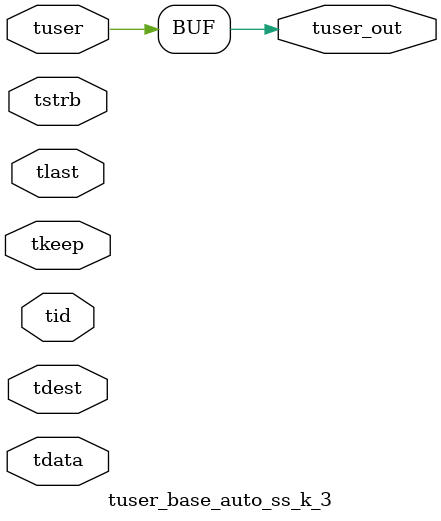
<source format=v>


`timescale 1ps/1ps

module tuser_base_auto_ss_k_3 #
(
parameter C_S_AXIS_TUSER_WIDTH = 1,
parameter C_S_AXIS_TDATA_WIDTH = 32,
parameter C_S_AXIS_TID_WIDTH   = 0,
parameter C_S_AXIS_TDEST_WIDTH = 0,
parameter C_M_AXIS_TUSER_WIDTH = 1
)
(
input  [(C_S_AXIS_TUSER_WIDTH == 0 ? 1 : C_S_AXIS_TUSER_WIDTH)-1:0     ] tuser,
input  [(C_S_AXIS_TDATA_WIDTH == 0 ? 1 : C_S_AXIS_TDATA_WIDTH)-1:0     ] tdata,
input  [(C_S_AXIS_TID_WIDTH   == 0 ? 1 : C_S_AXIS_TID_WIDTH)-1:0       ] tid,
input  [(C_S_AXIS_TDEST_WIDTH == 0 ? 1 : C_S_AXIS_TDEST_WIDTH)-1:0     ] tdest,
input  [(C_S_AXIS_TDATA_WIDTH/8)-1:0 ] tkeep,
input  [(C_S_AXIS_TDATA_WIDTH/8)-1:0 ] tstrb,
input                                                                    tlast,
output [C_M_AXIS_TUSER_WIDTH-1:0] tuser_out
);

assign tuser_out = {tuser[0:0]};

endmodule


</source>
